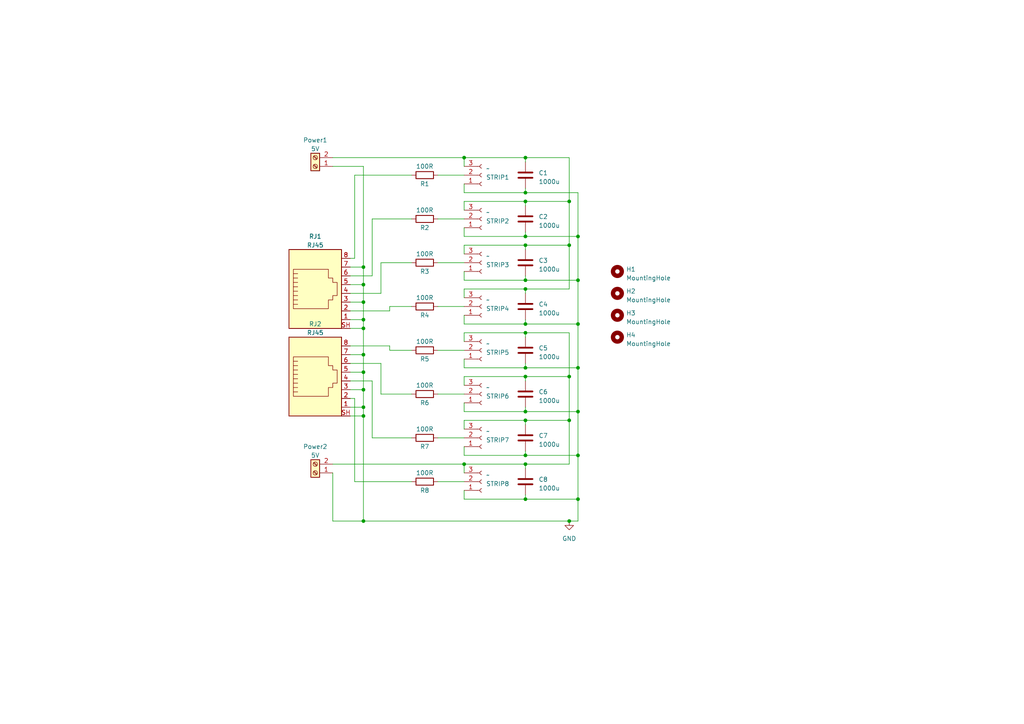
<source format=kicad_sch>
(kicad_sch (version 20230121) (generator eeschema)
  (paper "A4")
  (title_block (title "Octobridge by Joachim Coline") (date "2024-04-01") (rev "0A"))
  (lib_symbols
    (symbol "Connector:Conn_01x03_Socket" (pin_names (offset 1.016) hide)
      (property "Reference" "J" (at 0 5.08 0))
      (property "Value" "Conn_01x03_Socket" (at 0 -5.08 0))
      (symbol "Conn_01x03_Socket_1_1"
        (arc (start 0 -2.032) (mid -0.5058 -2.54) (end 0 -3.048) (stroke (width 0.1524)))
        (polyline (pts (xy -1.27 -2.54) (xy -0.508 -2.54)) (stroke (width 0.1524)))
        (polyline (pts (xy -1.27 0) (xy -0.508 0)) (stroke (width 0.1524)))
        (polyline (pts (xy -1.27 2.54) (xy -0.508 2.54)) (stroke (width 0.1524)))
        (arc (start 0 0.508) (mid -0.5058 0) (end 0 -0.508) (stroke (width 0.1524)))
        (arc (start 0 3.048) (mid -0.5058 2.54) (end 0 2.032) (stroke (width 0.1524)))
        (pin passive line (at -5.08 2.54 0) (length 3.81) (name "Pin_1") (number "1"))
        (pin passive line (at -5.08 0 0) (length 3.81) (name "Pin_2") (number "2"))
        (pin passive line (at -5.08 -2.54 0) (length 3.81) (name "Pin_3") (number "3"))
      )
    )
    (symbol "Connector:RJ45" (pin_names (offset 1.016))
      (property "Reference" "RJ1" (at 0 16.51 0))
      (property "Value" "RJ45" (at 0 13.97 0))
      (symbol "RJ45_0_1"
        (rectangle (start -7.62 12.7) (end 7.62 -10.16) (stroke (width 0.254)) (fill (type background)))
        (polyline (pts (xy -5.08 4.445) (xy -6.35 4.445)))
        (polyline (pts (xy -5.08 5.715) (xy -6.35 5.715)))
        (polyline (pts (xy -6.35 -3.175) (xy -5.08 -3.175) (xy -5.08 -3.175)))
        (polyline (pts (xy -6.35 -1.905) (xy -5.08 -1.905) (xy -5.08 -1.905)))
        (polyline (pts (xy -6.35 -0.635) (xy -5.08 -0.635) (xy -5.08 -0.635)))
        (polyline (pts (xy -6.35 0.635) (xy -5.08 0.635) (xy -5.08 0.635)))
        (polyline (pts (xy -6.35 1.905) (xy -5.08 1.905) (xy -5.08 1.905)))
        (polyline (pts (xy -5.08 3.175) (xy -6.35 3.175) (xy -6.35 3.175)))
        (polyline (pts (xy -6.35 -4.445) (xy -6.35 6.985) (xy 3.81 6.985) (xy 3.81 4.445) (xy 5.08 4.445) (xy 5.08 3.175) (xy 6.35 3.175) (xy 6.35 -0.635) (xy 5.08 -0.635) (xy 5.08 -1.905) (xy 3.81 -1.905) (xy 3.81 -4.445) (xy -6.35 -4.445) (xy -6.35 -4.445)))
      )
      (symbol "RJ45_1_1"
        (pin passive line (at 10.16 -7.62 180) (length 2.54) (name "~") (number "1"))
        (pin passive line (at 10.16 -5.08 180) (length 2.54) (name "~") (number "2"))
        (pin passive line (at 10.16 -2.54 180) (length 2.54) (name "~") (number "3"))
        (pin passive line (at 10.16 0 180) (length 2.54) (name "~") (number "4"))
        (pin passive line (at 10.16 2.54 180) (length 2.54) (name "~") (number "5"))
        (pin passive line (at 10.16 5.08 180) (length 2.54) (name "~") (number "6"))
        (pin passive line (at 10.16 7.62 180) (length 2.54) (name "~") (number "7"))
        (pin passive line (at 10.16 10.16 180) (length 2.54) (name "~") (number "8"))
        (pin passive line (at 10.16 -10.16 180) (length 2.54) (name "") (number "SH"))
      )
    )
    (symbol "Connector:Screw_Terminal_01x02" (pin_names (offset 1.016) hide)
      (property "Reference" "J" (at 0 2.54 0))
      (property "Value" "Screw_Terminal_01x02" (at 0 -5.08 0))
      (symbol "Screw_Terminal_01x02_1_1"
        (rectangle (start -1.27 1.27) (end 1.27 -3.81) (stroke (width 0.254)) (fill (type background)))
        (circle (center 0 -2.54) (radius 0.635) (stroke (width 0.1524)))
        (polyline (pts (xy -0.5334 -2.2098) (xy 0.3302 -3.048)) (stroke (width 0.1524)))
        (polyline (pts (xy -0.5334 0.3302) (xy 0.3302 -0.508)) (stroke (width 0.1524)))
        (polyline (pts (xy -0.3556 -2.032) (xy 0.508 -2.8702)) (stroke (width 0.1524)))
        (polyline (pts (xy -0.3556 0.508) (xy 0.508 -0.3302)) (stroke (width 0.1524)))
        (circle (center 0 0) (radius 0.635) (stroke (width 0.1524)))
        (pin passive line (at -5.08 0 0) (length 3.81) (name "Pin_1") (number "1"))
        (pin passive line (at -5.08 -2.54 0) (length 3.81) (name "Pin_2") (number "2"))
      )
    )
    (symbol "Device:C" (pin_numbers hide) (pin_names (offset 0.254))
      (property "Reference" "C" (at 0.635 2.54 0))
      (property "Value" "C" (at 0.635 -2.54 0))
      (symbol "C_0_1"
        (polyline (pts (xy -2.032 -0.762) (xy 2.032 -0.762)) (stroke (width 0.508)))
        (polyline (pts (xy -2.032 0.762) (xy 2.032 0.762)) (stroke (width 0.508)))
      )
      (symbol "C_1_1"
        (pin passive line (at 0 3.81 270) (length 2.794) (name "~") (number "1"))
        (pin passive line (at 0 -3.81 90) (length 2.794) (name "~") (number "2"))
      )
    )
    (symbol "Device:R" (pin_numbers hide) (pin_names (offset 0))
      (property "Reference" "R" (at 2.032 0 90))
      (property "Value" "R" (at 0 0 90))
      (symbol "R_0_1"
        (rectangle (start -1.016 -2.54) (end 1.016 2.54) (stroke (width 0.254)))
      )
      (symbol "R_1_1"
        (pin passive line (at 0 3.81 270) (length 1.27) (name "~") (number "1"))
        (pin passive line (at 0 -3.81 90) (length 1.27) (name "~") (number "2"))
      )
    )
    (symbol "Mechanical:MountingHole" (pin_names (offset 1.016))
      (property "Reference" "H" (at 0 5.08 0))
      (property "Value" "MountingHole" (at 0 3.175 0))
      (symbol "MountingHole_0_1"
        (circle (center 0 0) (radius 1.27) (stroke (width 1.27)))
      )
    )
    (symbol "RJ45_1" (pin_names (offset 1.016))
      (property "Reference" "RJ2" (at 0 16.51 0))
      (property "Value" "RJ45" (at 0 13.97 0))
      (symbol "RJ45_1_0_1"
        (polyline (pts (xy -5.08 4.445) (xy -6.35 4.445)))
        (polyline (pts (xy -5.08 5.715) (xy -6.35 5.715)))
        (polyline (pts (xy -6.35 -3.175) (xy -5.08 -3.175) (xy -5.08 -3.175)))
        (polyline (pts (xy -6.35 -1.905) (xy -5.08 -1.905) (xy -5.08 -1.905)))
        (polyline (pts (xy -6.35 -0.635) (xy -5.08 -0.635) (xy -5.08 -0.635)))
        (polyline (pts (xy -6.35 0.635) (xy -5.08 0.635) (xy -5.08 0.635)))
        (polyline (pts (xy -6.35 1.905) (xy -5.08 1.905) (xy -5.08 1.905)))
        (polyline (pts (xy -5.08 3.175) (xy -6.35 3.175) (xy -6.35 3.175)))
        (polyline (pts (xy -6.35 -4.445) (xy -6.35 6.985) (xy 3.81 6.985) (xy 3.81 4.445) (xy 5.08 4.445) (xy 5.08 3.175) (xy 6.35 3.175) (xy 6.35 -0.635) (xy 5.08 -0.635) (xy 5.08 -1.905) (xy 3.81 -1.905) (xy 3.81 -4.445) (xy -6.35 -4.445) (xy -6.35 -4.445)))
        (rectangle (start 7.62 12.7) (end -7.62 -10.16) (stroke (width 0.254)) (fill (type background)))
      )
      (symbol "RJ45_1_1_1"
        (pin passive line (at 10.16 -7.62 180) (length 2.54) (name "~") (number "1"))
        (pin passive line (at 10.16 -5.08 180) (length 2.54) (name "~") (number "2"))
        (pin passive line (at 10.16 -2.54 180) (length 2.54) (name "~") (number "3"))
        (pin passive line (at 10.16 0 180) (length 2.54) (name "~") (number "4"))
        (pin passive line (at 10.16 2.54 180) (length 2.54) (name "~") (number "5"))
        (pin passive line (at 10.16 5.08 180) (length 2.54) (name "~") (number "6"))
        (pin passive line (at 10.16 7.62 180) (length 2.54) (name "~") (number "7"))
        (pin passive line (at 10.16 10.16 180) (length 2.54) (name "~") (number "8"))
        (pin passive line (at 10.16 -10.16 180) (length 2.54) (name "") (number "SH"))
      )
    )
    (symbol "power:GND" (power) (pin_names (offset 0))
      (property "Value" "GND" (at 0 -3.81 0))
      (symbol "GND_0_1"
        (polyline (pts (xy 0 0) (xy 0 -1.27) (xy 1.27 -1.27) (xy 0 -2.54) (xy -1.27 -1.27) (xy 0 -1.27)))
      )
      (symbol "GND_1_1"
        (pin power_in line (at 0 0 270) (length 0) hide (name "GND") (number "1"))
      )
    )
  )
  (junction (at 152.4 121.92))
  (junction (at 167.64 81.28))
  (junction (at 152.4 106.68))
  (junction (at 167.64 144.78))
  (junction (at 105.41 118.11))
  (junction (at 105.41 82.55))
  (junction (at 152.4 68.58))
  (junction (at 152.4 132.08))
  (junction (at 165.1 71.12))
  (junction (at 105.41 113.03))
  (junction (at 165.1 151.13))
  (junction (at 134.62 134.62))
  (junction (at 152.4 55.88))
  (junction (at 167.64 119.38))
  (junction (at 152.4 93.98))
  (junction (at 167.64 106.68))
  (junction (at 105.41 151.13))
  (junction (at 152.4 58.42))
  (junction (at 152.4 134.62))
  (junction (at 105.41 87.63))
  (junction (at 152.4 96.52))
  (junction (at 105.41 120.65))
  (junction (at 165.1 109.22))
  (junction (at 105.41 102.87))
  (junction (at 167.64 93.98))
  (junction (at 105.41 92.71))
  (junction (at 152.4 83.82))
  (junction (at 167.64 132.08))
  (junction (at 152.4 109.22))
  (junction (at 105.41 95.25))
  (junction (at 152.4 81.28))
  (junction (at 152.4 144.78))
  (junction (at 134.62 45.72))
  (junction (at 105.41 107.95))
  (junction (at 152.4 119.38))
  (junction (at 152.4 71.12))
  (junction (at 165.1 58.42))
  (junction (at 152.4 45.72))
  (junction (at 105.41 77.47))
  (junction (at 167.64 68.58))
  (junction (at 165.1 121.92))
  (wire (pts (xy 134.62 71.12) (xy 134.62 73.66)))
  (wire (pts (xy 152.4 130.81) (xy 152.4 132.08)))
  (wire (pts (xy 134.62 109.22) (xy 134.62 111.76)))
  (wire (pts (xy 167.64 81.28) (xy 167.64 68.58)))
  (wire (pts (xy 101.6 107.95) (xy 105.41 107.95)))
  (wire (pts (xy 101.6 102.87) (xy 105.41 102.87)))
  (wire (pts (xy 107.95 127) (xy 119.38 127)))
  (wire (pts (xy 152.4 93.98) (xy 167.64 93.98)))
  (wire (pts (xy 102.87 50.8) (xy 119.38 50.8)))
  (wire (pts (xy 101.6 77.47) (xy 105.41 77.47)))
  (wire (pts (xy 96.52 48.26) (xy 105.41 48.26)))
  (wire (pts (xy 96.52 137.16) (xy 96.52 151.13)))
  (wire (pts (xy 152.4 71.12) (xy 134.62 71.12)))
  (wire (pts (xy 101.6 85.09) (xy 110.49 85.09)))
  (wire (pts (xy 152.4 96.52) (xy 165.1 96.52)))
  (wire (pts (xy 134.62 81.28) (xy 134.62 78.74)))
  (wire (pts (xy 152.4 106.68) (xy 167.64 106.68)))
  (wire (pts (xy 152.4 121.92) (xy 134.62 121.92)))
  (wire (pts (xy 101.6 113.03) (xy 105.41 113.03)))
  (wire (pts (xy 134.62 106.68) (xy 134.62 104.14)))
  (wire (pts (xy 152.4 72.39) (xy 152.4 71.12)))
  (wire (pts (xy 105.41 95.25) (xy 105.41 102.87)))
  (wire (pts (xy 152.4 119.38) (xy 134.62 119.38)))
  (wire (pts (xy 134.62 93.98) (xy 134.62 91.44)))
  (wire (pts (xy 167.64 151.13) (xy 167.64 144.78)))
  (wire (pts (xy 110.49 76.2) (xy 119.38 76.2)))
  (wire (pts (xy 113.03 101.6) (xy 119.38 101.6)))
  (wire (pts (xy 102.87 115.57) (xy 102.87 139.7)))
  (wire (pts (xy 152.4 46.99) (xy 152.4 45.72)))
  (wire (pts (xy 152.4 54.61) (xy 152.4 55.88)))
  (wire (pts (xy 152.4 143.51) (xy 152.4 144.78)))
  (wire (pts (xy 127 101.6) (xy 134.62 101.6)))
  (wire (pts (xy 152.4 118.11) (xy 152.4 119.38)))
  (wire (pts (xy 105.41 77.47) (xy 105.41 82.55)))
  (wire (pts (xy 110.49 114.3) (xy 119.38 114.3)))
  (wire (pts (xy 101.6 100.33) (xy 113.03 100.33)))
  (wire (pts (xy 152.4 68.58) (xy 134.62 68.58)))
  (wire (pts (xy 152.4 93.98) (xy 134.62 93.98)))
  (wire (pts (xy 165.1 58.42) (xy 165.1 71.12)))
  (wire (pts (xy 152.4 134.62) (xy 165.1 134.62)))
  (wire (pts (xy 165.1 109.22) (xy 165.1 121.92)))
  (wire (pts (xy 152.4 59.69) (xy 152.4 58.42)))
  (wire (pts (xy 167.64 93.98) (xy 167.64 81.28)))
  (wire (pts (xy 101.6 80.01) (xy 107.95 80.01)))
  (wire (pts (xy 105.41 102.87) (xy 105.41 107.95)))
  (wire (pts (xy 134.62 119.38) (xy 134.62 116.84)))
  (wire (pts (xy 113.03 100.33) (xy 113.03 101.6)))
  (wire (pts (xy 101.6 118.11) (xy 105.41 118.11)))
  (wire (pts (xy 113.03 90.17) (xy 113.03 88.9)))
  (wire (pts (xy 152.4 92.71) (xy 152.4 93.98)))
  (wire (pts (xy 101.6 82.55) (xy 105.41 82.55)))
  (wire (pts (xy 105.41 92.71) (xy 105.41 95.25)))
  (wire (pts (xy 110.49 105.41) (xy 110.49 114.3)))
  (wire (pts (xy 167.64 55.88) (xy 152.4 55.88)))
  (wire (pts (xy 165.1 121.92) (xy 165.1 134.62)))
  (wire (pts (xy 127 139.7) (xy 134.62 139.7)))
  (wire (pts (xy 101.6 87.63) (xy 105.41 87.63)))
  (wire (pts (xy 134.62 45.72) (xy 134.62 48.26)))
  (wire (pts (xy 152.4 110.49) (xy 152.4 109.22)))
  (wire (pts (xy 152.4 132.08) (xy 134.62 132.08)))
  (wire (pts (xy 110.49 85.09) (xy 110.49 76.2)))
  (wire (pts (xy 105.41 118.11) (xy 105.41 120.65)))
  (wire (pts (xy 105.41 87.63) (xy 105.41 92.71)))
  (wire (pts (xy 167.64 68.58) (xy 167.64 55.88)))
  (wire (pts (xy 101.6 90.17) (xy 113.03 90.17)))
  (wire (pts (xy 101.6 95.25) (xy 105.41 95.25)))
  (wire (pts (xy 152.4 55.88) (xy 134.62 55.88)))
  (wire (pts (xy 105.41 48.26) (xy 105.41 77.47)))
  (wire (pts (xy 152.4 45.72) (xy 165.1 45.72)))
  (wire (pts (xy 105.41 120.65) (xy 105.41 151.13)))
  (wire (pts (xy 102.87 74.93) (xy 101.6 74.93)))
  (wire (pts (xy 152.4 97.79) (xy 152.4 96.52)))
  (wire (pts (xy 105.41 113.03) (xy 105.41 118.11)))
  (wire (pts (xy 152.4 121.92) (xy 165.1 121.92)))
  (wire (pts (xy 165.1 151.13) (xy 105.41 151.13)))
  (wire (pts (xy 102.87 115.57) (xy 101.6 115.57)))
  (wire (pts (xy 152.4 109.22) (xy 165.1 109.22)))
  (wire (pts (xy 167.64 119.38) (xy 167.64 106.68)))
  (wire (pts (xy 152.4 81.28) (xy 167.64 81.28)))
  (wire (pts (xy 152.4 67.31) (xy 152.4 68.58)))
  (wire (pts (xy 107.95 63.5) (xy 119.38 63.5)))
  (wire (pts (xy 101.6 120.65) (xy 105.41 120.65)))
  (wire (pts (xy 165.1 151.13) (xy 167.64 151.13)))
  (wire (pts (xy 152.4 85.09) (xy 152.4 83.82)))
  (wire (pts (xy 105.41 82.55) (xy 105.41 87.63)))
  (wire (pts (xy 96.52 134.62) (xy 134.62 134.62)))
  (wire (pts (xy 152.4 45.72) (xy 134.62 45.72)))
  (wire (pts (xy 113.03 88.9) (xy 119.38 88.9)))
  (wire (pts (xy 152.4 144.78) (xy 134.62 144.78)))
  (wire (pts (xy 107.95 80.01) (xy 107.95 63.5)))
  (wire (pts (xy 127 88.9) (xy 134.62 88.9)))
  (wire (pts (xy 107.95 110.49) (xy 107.95 127)))
  (wire (pts (xy 101.6 92.71) (xy 105.41 92.71)))
  (wire (pts (xy 152.4 106.68) (xy 134.62 106.68)))
  (wire (pts (xy 134.62 144.78) (xy 134.62 142.24)))
  (wire (pts (xy 127 63.5) (xy 134.62 63.5)))
  (wire (pts (xy 152.4 58.42) (xy 165.1 58.42)))
  (wire (pts (xy 134.62 58.42) (xy 134.62 60.96)))
  (wire (pts (xy 152.4 80.01) (xy 152.4 81.28)))
  (wire (pts (xy 127 50.8) (xy 134.62 50.8)))
  (wire (pts (xy 165.1 45.72) (xy 165.1 58.42)))
  (wire (pts (xy 167.64 144.78) (xy 167.64 132.08)))
  (wire (pts (xy 134.62 83.82) (xy 134.62 86.36)))
  (wire (pts (xy 134.62 134.62) (xy 134.62 137.16)))
  (wire (pts (xy 152.4 132.08) (xy 167.64 132.08)))
  (wire (pts (xy 152.4 71.12) (xy 165.1 71.12)))
  (wire (pts (xy 167.64 132.08) (xy 167.64 119.38)))
  (wire (pts (xy 152.4 68.58) (xy 167.64 68.58)))
  (wire (pts (xy 152.4 134.62) (xy 134.62 134.62)))
  (wire (pts (xy 152.4 123.19) (xy 152.4 121.92)))
  (wire (pts (xy 101.6 110.49) (xy 107.95 110.49)))
  (wire (pts (xy 102.87 139.7) (xy 119.38 139.7)))
  (wire (pts (xy 152.4 135.89) (xy 152.4 134.62)))
  (wire (pts (xy 165.1 71.12) (xy 165.1 83.82)))
  (wire (pts (xy 152.4 119.38) (xy 167.64 119.38)))
  (wire (pts (xy 167.64 106.68) (xy 167.64 93.98)))
  (wire (pts (xy 152.4 105.41) (xy 152.4 106.68)))
  (wire (pts (xy 134.62 68.58) (xy 134.62 66.04)))
  (wire (pts (xy 127 76.2) (xy 134.62 76.2)))
  (wire (pts (xy 152.4 81.28) (xy 134.62 81.28)))
  (wire (pts (xy 105.41 107.95) (xy 105.41 113.03)))
  (wire (pts (xy 96.52 151.13) (xy 105.41 151.13)))
  (wire (pts (xy 152.4 58.42) (xy 134.62 58.42)))
  (wire (pts (xy 152.4 96.52) (xy 134.62 96.52)))
  (wire (pts (xy 152.4 83.82) (xy 165.1 83.82)))
  (wire (pts (xy 96.52 45.72) (xy 134.62 45.72)))
  (wire (pts (xy 102.87 74.93) (xy 102.87 50.8)))
  (wire (pts (xy 152.4 144.78) (xy 167.64 144.78)))
  (wire (pts (xy 134.62 132.08) (xy 134.62 129.54)))
  (wire (pts (xy 165.1 96.52) (xy 165.1 109.22)))
  (wire (pts (xy 134.62 96.52) (xy 134.62 99.06)))
  (wire (pts (xy 152.4 109.22) (xy 134.62 109.22)))
  (wire (pts (xy 152.4 83.82) (xy 134.62 83.82)))
  (wire (pts (xy 127 114.3) (xy 134.62 114.3)))
  (wire (pts (xy 134.62 53.34) (xy 134.62 55.88)))
  (wire (pts (xy 101.6 105.41) (xy 110.49 105.41)))
  (wire (pts (xy 127 127) (xy 134.62 127)))
  (wire (pts (xy 134.62 121.92) (xy 134.62 124.46)))
  (symbol (lib_id "Connector:Conn_01x03_Socket") (at 139.7 63.5 0) (mirror x) (unit 1)
    (property "Reference" "STRIP2" (at 140.97 64.135 0) (effects (justify left)))
    (property "Value" "~" (at 140.97 61.595 0) (effects (justify left)))
    (property "Footprint" "Connector_JST:JST_XH_S3B-XH-A_1x03_P2.50mm_Horizontal" (effects hide))
  )
  (symbol (lib_id "Device:C") (at 152.4 50.8 0) (unit 1)
    (property "Reference" "C1" (at 156.21 50.165 0) (effects (justify left)))
    (property "Value" "1000u" (at 156.21 52.705 0) (effects (justify left)))
    (property "Footprint" "Capacitor_THT:C_Radial_D8.0mm_H11.5mm_P3.50mm" (effects hide))
  )
  (symbol (lib_id "Device:R") (at 123.19 127 270) (unit 1)
    (property "Reference" "R7" (at 123.19 129.54 90))
    (property "Value" "100R" (at 123.19 124.46 90))
    (property "Footprint" "Resistor_THT:R_Axial_DIN0207_L6.3mm_D2.5mm_P10.16mm_Horizontal" (effects hide))
  )
  (symbol (lib_id "Device:C") (at 152.4 88.9 0) (unit 1)
    (property "Reference" "C4" (at 156.21 88.265 0) (effects (justify left)))
    (property "Value" "1000u" (at 156.21 90.805 0) (effects (justify left)))
    (property "Footprint" "Capacitor_THT:C_Radial_D8.0mm_H11.5mm_P3.50mm" (effects hide))
  )
  (symbol (lib_id "Connector:Conn_01x03_Socket") (at 139.7 139.7 0) (mirror x) (unit 1)
    (property "Reference" "STRIP8" (at 140.97 140.335 0) (effects (justify left)))
    (property "Value" "~" (at 140.97 137.795 0) (effects (justify left)))
    (property "Footprint" "Connector_JST:JST_XH_S3B-XH-A_1x03_P2.50mm_Horizontal" (effects hide))
  )
  (symbol (lib_id "Mechanical:MountingHole") (at 179.07 97.79 0) (unit 1)
    (property "Reference" "H4" (at 181.61 97.155 0) (effects (justify left)))
    (property "Value" "MountingHole" (at 181.61 99.695 0) (effects (justify left)))
    (property "Footprint" "MountingHole:MountingHole_2.5mm" (effects hide))
  )
  (symbol (lib_id "Connector:Conn_01x03_Socket") (at 139.7 76.2 0) (mirror x) (unit 1)
    (property "Reference" "STRIP3" (at 140.97 76.835 0) (effects (justify left)))
    (property "Value" "~" (at 140.97 74.295 0) (effects (justify left)))
    (property "Footprint" "Connector_JST:JST_XH_S3B-XH-A_1x03_P2.50mm_Horizontal" (effects hide))
  )
  (symbol (lib_id "Connector:RJ45") (at 91.44 85.09 0) (unit 1)
    (property "Reference" "RJ1" (at 91.44 68.58 0))
    (property "Value" "RJ45" (at 91.44 71.12 0))
    (property "Footprint" "Connector_RJ:RJ45_Amphenol_RJHSE538X" (effects hide))
  )
  (symbol (lib_id "Connector:Conn_01x03_Socket") (at 139.7 101.6 0) (mirror x) (unit 1)
    (property "Reference" "STRIP5" (at 140.97 102.235 0) (effects (justify left)))
    (property "Value" "~" (at 140.97 99.695 0) (effects (justify left)))
    (property "Footprint" "Connector_JST:JST_XH_S3B-XH-A_1x03_P2.50mm_Horizontal" (effects hide))
  )
  (symbol (lib_id "Connector:Conn_01x03_Socket") (at 139.7 88.9 0) (mirror x) (unit 1)
    (property "Reference" "STRIP4" (at 140.97 89.535 0) (effects (justify left)))
    (property "Value" "~" (at 140.97 86.995 0) (effects (justify left)))
    (property "Footprint" "Connector_JST:JST_XH_S3B-XH-A_1x03_P2.50mm_Horizontal" (effects hide))
  )
  (symbol (lib_id "Connector:Conn_01x03_Socket") (at 139.7 127 0) (mirror x) (unit 1)
    (property "Reference" "STRIP7" (at 140.97 127.635 0) (effects (justify left)))
    (property "Value" "~" (at 140.97 125.095 0) (effects (justify left)))
    (property "Footprint" "Connector_JST:JST_XH_S3B-XH-A_1x03_P2.50mm_Horizontal" (effects hide))
  )
  (symbol (lib_id "Connector:Screw_Terminal_01x02") (at 91.44 48.26 180) (unit 1)
    (property "Reference" "Power1" (at 91.44 40.64 0))
    (property "Value" "5V" (at 91.44 43.18 0))
    (property "Footprint" "TerminalBlock_Phoenix:TerminalBlock_Phoenix_PT-1,5-2-5.0-H_1x02_P5.00mm_Horizontal" (effects hide))
  )
  (symbol (lib_id "Device:R") (at 123.19 88.9 270) (unit 1)
    (property "Reference" "R4" (at 123.19 91.44 90))
    (property "Value" "100R" (at 123.19 86.36 90))
    (property "Footprint" "Resistor_THT:R_Axial_DIN0207_L6.3mm_D2.5mm_P10.16mm_Horizontal" (effects hide))
  )
  (symbol (lib_id "Connector:Conn_01x03_Socket") (at 139.7 114.3 0) (mirror x) (unit 1)
    (property "Reference" "STRIP6" (at 140.97 114.935 0) (effects (justify left)))
    (property "Value" "~" (at 140.97 112.395 0) (effects (justify left)))
    (property "Footprint" "Connector_JST:JST_XH_S3B-XH-A_1x03_P2.50mm_Horizontal" (effects hide))
  )
  (symbol (lib_id "Device:C") (at 152.4 114.3 0) (unit 1)
    (property "Reference" "C6" (at 156.21 113.665 0) (effects (justify left)))
    (property "Value" "1000u" (at 156.21 116.205 0) (effects (justify left)))
    (property "Footprint" "Capacitor_THT:C_Radial_D8.0mm_H11.5mm_P3.50mm" (effects hide))
  )
  (symbol (lib_id "Device:R") (at 123.19 139.7 270) (unit 1)
    (property "Reference" "R8" (at 123.19 142.24 90))
    (property "Value" "100R" (at 123.19 137.16 90))
    (property "Footprint" "Resistor_THT:R_Axial_DIN0207_L6.3mm_D2.5mm_P10.16mm_Horizontal" (effects hide))
  )
  (symbol (lib_id "Connector:Screw_Terminal_01x02") (at 91.44 137.16 180) (unit 1)
    (property "Reference" "Power2" (at 91.44 129.54 0))
    (property "Value" "5V" (at 91.44 132.08 0))
    (property "Footprint" "TerminalBlock_Phoenix:TerminalBlock_Phoenix_PT-1,5-2-5.0-H_1x02_P5.00mm_Horizontal" (effects hide))
  )
  (symbol (lib_id "Connector:Conn_01x03_Socket") (at 139.7 50.8 0) (mirror x) (unit 1)
    (property "Reference" "STRIP1" (at 140.97 51.435 0) (effects (justify left)))
    (property "Value" "~" (at 140.97 48.895 0) (effects (justify left)))
    (property "Footprint" "Connector_JST:JST_XH_S3B-XH-A_1x03_P2.50mm_Horizontal" (effects hide))
  )
  (symbol (lib_id "Mechanical:MountingHole") (at 179.07 91.44 0) (unit 1)
    (property "Reference" "H3" (at 181.61 90.805 0) (effects (justify left)))
    (property "Value" "MountingHole" (at 181.61 93.345 0) (effects (justify left)))
    (property "Footprint" "MountingHole:MountingHole_2.5mm" (effects hide))
  )
  (symbol (lib_id "Device:R") (at 123.19 114.3 270) (unit 1)
    (property "Reference" "R6" (at 123.19 116.84 90))
    (property "Value" "100R" (at 123.19 111.76 90))
    (property "Footprint" "Resistor_THT:R_Axial_DIN0207_L6.3mm_D2.5mm_P10.16mm_Horizontal" (effects hide))
  )
  (symbol (lib_id "Device:C") (at 152.4 76.2 0) (unit 1)
    (property "Reference" "C3" (at 156.21 75.565 0) (effects (justify left)))
    (property "Value" "1000u" (at 156.21 78.105 0) (effects (justify left)))
    (property "Footprint" "Capacitor_THT:C_Radial_D8.0mm_H11.5mm_P3.50mm" (effects hide))
  )
  (symbol (lib_name "RJ45_1") (lib_id "Connector:RJ45") (at 91.44 110.49 0) (unit 1)
    (property "Reference" "RJ2" (at 91.44 93.98 0))
    (property "Value" "RJ45" (at 91.44 96.52 0))
    (property "Footprint" "Connector_RJ:RJ45_Amphenol_RJHSE538X" (effects hide))
  )
  (symbol (lib_id "Device:C") (at 152.4 101.6 0) (unit 1)
    (property "Reference" "C5" (at 156.21 100.965 0) (effects (justify left)))
    (property "Value" "1000u" (at 156.21 103.505 0) (effects (justify left)))
    (property "Footprint" "Capacitor_THT:C_Radial_D8.0mm_H11.5mm_P3.50mm" (effects hide))
  )
  (symbol (lib_id "Device:R") (at 123.19 101.6 270) (unit 1)
    (property "Reference" "R5" (at 123.19 104.14 90))
    (property "Value" "100R" (at 123.19 99.06 90))
    (property "Footprint" "Resistor_THT:R_Axial_DIN0207_L6.3mm_D2.5mm_P10.16mm_Horizontal" (effects hide))
  )
  (symbol (lib_id "Device:C") (at 152.4 63.5 0) (unit 1)
    (property "Reference" "C2" (at 156.21 62.865 0) (effects (justify left)))
    (property "Value" "1000u" (at 156.21 65.405 0) (effects (justify left)))
    (property "Footprint" "Capacitor_THT:C_Radial_D8.0mm_H11.5mm_P3.50mm" (effects hide))
  )
  (symbol (lib_id "Device:C") (at 152.4 127 0) (unit 1)
    (property "Reference" "C7" (at 156.21 126.365 0) (effects (justify left)))
    (property "Value" "1000u" (at 156.21 128.905 0) (effects (justify left)))
    (property "Footprint" "Capacitor_THT:C_Radial_D8.0mm_H11.5mm_P3.50mm" (effects hide))
  )
  (symbol (lib_id "Mechanical:MountingHole") (at 179.07 78.74 0) (unit 1)
    (property "Reference" "H1" (at 181.61 78.105 0) (effects (justify left)))
    (property "Value" "MountingHole" (at 181.61 80.645 0) (effects (justify left)))
    (property "Footprint" "MountingHole:MountingHole_2.5mm" (effects hide))
  )
  (symbol (lib_id "Mechanical:MountingHole") (at 179.07 85.09 0) (unit 1)
    (property "Reference" "H2" (at 181.61 84.455 0) (effects (justify left)))
    (property "Value" "MountingHole" (at 181.61 86.995 0) (effects (justify left)))
    (property "Footprint" "MountingHole:MountingHole_2.5mm" (effects hide))
  )
  (symbol (lib_id "Device:R") (at 123.19 63.5 270) (unit 1)
    (property "Reference" "R2" (at 123.19 66.04 90))
    (property "Value" "100R" (at 123.19 60.96 90))
    (property "Footprint" "Resistor_THT:R_Axial_DIN0207_L6.3mm_D2.5mm_P10.16mm_Horizontal" (effects hide))
  )
  (symbol (lib_id "Device:R") (at 123.19 76.2 270) (unit 1)
    (property "Reference" "R3" (at 123.19 78.74 90))
    (property "Value" "100R" (at 123.19 73.66 90))
    (property "Footprint" "Resistor_THT:R_Axial_DIN0207_L6.3mm_D2.5mm_P10.16mm_Horizontal" (effects hide))
  )
  (symbol (lib_id "power:GND") (at 165.1 151.13 0) (unit 1)
    (property "Reference" "#PWR02" (effects hide))
    (property "Value" "GND" (at 165.1 156.21 0))
  )
  (symbol (lib_id "Device:C") (at 152.4 139.7 0) (unit 1)
    (property "Reference" "C8" (at 156.21 139.065 0) (effects (justify left)))
    (property "Value" "1000u" (at 156.21 141.605 0) (effects (justify left)))
    (property "Footprint" "Capacitor_THT:C_Radial_D8.0mm_H11.5mm_P3.50mm" (effects hide))
  )
  (symbol (lib_id "Device:R") (at 123.19 50.8 270) (unit 1)
    (property "Reference" "R1" (at 123.19 53.34 90))
    (property "Value" "100R" (at 123.19 48.26 90))
    (property "Footprint" "Resistor_THT:R_Axial_DIN0207_L6.3mm_D2.5mm_P10.16mm_Horizontal" (effects hide))
  )
)
</source>
